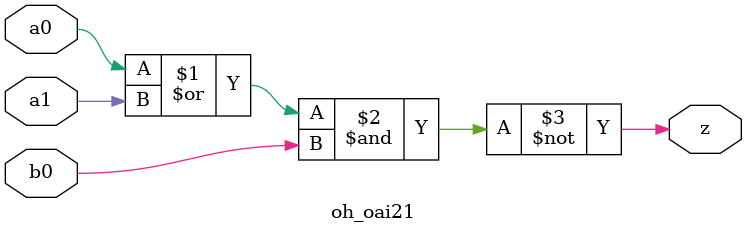
<source format=v>
module oh_oai21(	// file.cleaned.mlir:2:3
  input  a0,	// file.cleaned.mlir:2:26
         a1,	// file.cleaned.mlir:2:39
         b0,	// file.cleaned.mlir:2:52
  output z	// file.cleaned.mlir:2:66
);

  assign z = ~((a0 | a1) & b0);	// file.cleaned.mlir:4:10, :5:10, :6:10, :7:5
endmodule


</source>
